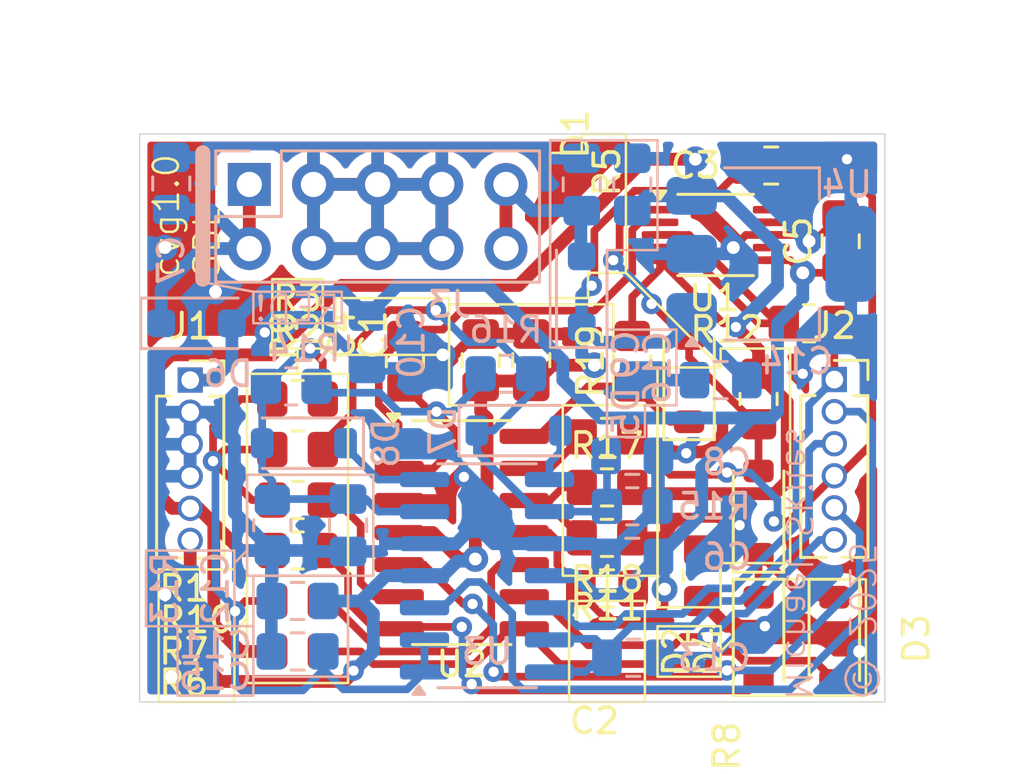
<source format=kicad_pcb>
(kicad_pcb (version 20241229) (generator "pcbnew") (generator_version "9.0")
  (layers (0 "F.Cu" signal) (2 "B.Cu" signal) (13 "F.Paste" user) (15 "B.Paste" user) (5 "F.SilkS" user "F.Silkscreen") (7 "B.SilkS" user "B.Silkscreen") (1 "F.Mask" user) (3 "B.Mask" user) (25 "Edge.Cuts" user))
  (net 0 "")
  (net 1 "/POS_PEAK_RECTIFIED")
  (net 2 "/NEG_PEAK_RECTIFIED")
  (net 3 "Net-(D7-A)")
  (net 4 "Net-(D8-K)")
  (net 5 "/SOURCE_SELECT_CV")
  (net 6 "/BTN_INVERTED")
  (net 7 "/POS_OR_NEG_COMPARE")
  (net 8 "/POS_COMPARE_RESULT")
  (net 9 "/NEG_COMPARE_RESULT")
  (net 10 "Net-(U2B--)")
  (net 11 "/SUMMED_SIGNAL")
  (net 12 "Net-(U2A--)")
  (net 13 "/BTN_SIGNAL_SWITCHED")
  (net 14 "/LED_OUT_BUFFERED")
  (net 15 "/CV_OUT_BUFFERED")
  (net 16 "/THRESHOLD_NEGATIVE")
  (net 17 "/CV_IN_RAW")
  (net 18 "/THRESHOLD_POSITIVE")
  (net 19 "/CV_IN_BUFFERED")
  (net 20 "-12V")
  (net 21 "+12V")
  (net 22 "GND")
  (net 23 "+5V")
  (net 24 "/BTN_IN_FILTERED")
  (net 25 "/+12V_RAW")
  (net 26 "/-12V_RAW")
  (net 28 "Net-(U2C-+)")
  (net 29 "Net-(U2D--)")
  (net 30 "Net-(U2D-+)")
  (footprint "Capacitor_SMD:C_0805_2012Metric_Pad1.18x1.45mm_HandSolder" (layer "F.Cu") (at 155.5 98.9625 -90)
    (property "Reference" "C1")
    (property "Value" "10uF")
  )
  (footprint "Diode_SMD:D_SOD-123" (layer "F.Cu") (at 161.75 99.75 90)
    (property "Reference" "D1")
    (property "Value" "1N4148W")
  )
  (footprint "Diode_SMD:D_SOD-123" (layer "F.Cu") (at 164.5 110 -90)
    (property "Reference" "D2")
    (property "Value" "1N4148W")
  )
  (footprint "Resistor_SMD:R_0805_2012Metric_Pad1.20x1.40mm_HandSolder" (layer "F.Cu") (at 146.25 104.5 180)
    (property "Reference" "R1")
    (property "Value" "10K")
  )
  (footprint "Capacitor_SMD:C_0805_2012Metric_Pad1.18x1.45mm_HandSolder" (layer "F.Cu") (at 158.5 108 180)
    (property "Reference" "C2")
    (property "Value" "100nF")
  )
  (footprint "Resistor_SMD:R_0805_2012Metric_Pad1.20x1.40mm_HandSolder" (layer "F.Cu") (at 146.25 102.5 180)
    (property "Reference" "R2")
    (property "Value" "10K")
  )
  (footprint "Connector_PinSocket_1.27mm:PinSocket_1x06_P1.27mm_Vertical" (layer "F.Cu") (at 167.5 99.73)
    (property "Reference" "J2")
    (property "Value" "Conn_01x06_Socket")
  )
  (footprint "Resistor_SMD:R_0805_2012Metric_Pad1.20x1.40mm_HandSolder" (layer "F.Cu") (at 146.25 100.5 180)
    (property "Reference" "R3")
    (property "Value" "10K")
  )
  (footprint "Diode_SMD:D_SOD-123" (layer "F.Cu") (at 167.5 110 -90)
    (property "Reference" "D4")
    (property "Value" "1N4148W")
  )
  (footprint "Resistor_SMD:R_0805_2012Metric_Pad1.20x1.40mm_HandSolder" (layer "F.Cu") (at 164.5 100.5 -90)
    (property "Reference" "R5")
    (property "Value" "10K")
  )
  (footprint "Resistor_SMD:R_0805_2012Metric_Pad1.20x1.40mm_HandSolder" (layer "F.Cu") (at 158.5 104)
    (property "Reference" "R17")
    (property "Value" "10K")
  )
  (footprint "Capacitor_SMD:C_0805_2012Metric_Pad1.18x1.45mm_HandSolder" (layer "F.Cu") (at 165 91.25 180)
    (property "Reference" "C3")
    (property "Value" "100nF")
  )
  (footprint "Resistor_SMD:R_0805_2012Metric_Pad1.20x1.40mm_HandSolder" (layer "F.Cu") (at 146.25 110.5)
    (property "Reference" "R6")
    (property "Value" "10K")
  )
  (footprint "Resistor_SMD:R_0805_2012Metric_Pad1.20x1.40mm_HandSolder" (layer "F.Cu") (at 166.5 97.5)
    (property "Reference" "R12")
    (property "Value" "1K")
  )
  (footprint "Capacitor_SMD:C_0805_2012Metric_Pad1.18x1.45mm_HandSolder" (layer "F.Cu") (at 167.75 94.25 90)
    (property "Reference" "C5")
    (property "Value" "100nF")
  )
  (footprint "Resistor_SMD:R_0805_2012Metric_Pad1.20x1.40mm_HandSolder" (layer "F.Cu") (at 146.25 108.5 180)
    (property "Reference" "R7")
    (property "Value" "10K")
  )
  (footprint "Package_SO:VSSOP-10_3x3mm_P0.5mm" (layer "F.Cu") (at 162.8 94)
    (property "Reference" "U1")
    (property "Value" "~")
  )
  (footprint "Capacitor_SMD:C_0805_2012Metric_Pad1.18x1.45mm_HandSolder" (layer "F.Cu") (at 153.5 98.9625 -90)
    (property "Reference" "C4")
    (property "Value" "100nF")
  )
  (footprint "Resistor_SMD:R_0805_2012Metric_Pad1.20x1.40mm_HandSolder" (layer "F.Cu") (at 158.5 106 180)
    (property "Reference" "R18")
    (property "Value" "10K")
  )
  (footprint "Resistor_SMD:R_0805_2012Metric_Pad1.20x1.40mm_HandSolder" (layer "F.Cu") (at 162.25 107.5 -90)
    (property "Reference" "R8")
    (property "Value" "10K")
  )
  (footprint "Resistor_SMD:R_0805_2012Metric_Pad1.20x1.40mm_HandSolder" (layer "F.Cu") (at 150.5 99 90)
    (property "Reference" "R9")
    (property "Value" "10K")
  )
  (footprint "Resistor_SMD:R_0805_2012Metric_Pad1.20x1.40mm_HandSolder" (layer "F.Cu") (at 146.25 106.5)
    (property "Reference" "R10")
    (property "Value" "10K")
  )
  (footprint "Package_SO:SOIC-14_3.9x8.7mm_P1.27mm" (layer "F.Cu") (at 152.75 105.79)
    (property "Reference" "U2")
    (property "Value" "TL074")
  )
  (footprint "Diode_SMD:D_SOD-123" (layer "F.Cu") (at 164.5 105 90)
    (property "Reference" "D3")
    (property "Value" "1N4148W")
  )
  (footprint "Resistor_SMD:R_0805_2012Metric_Pad1.20x1.40mm_HandSolder" (layer "F.Cu") (at 159.5 99 90)
    (property "Reference" "R19")
    (property "Value" "10K")
  )
  (footprint "Connector_PinSocket_1.27mm:PinSocket_1x06_P1.27mm_Vertical" (layer "F.Cu") (at 142 99.75)
    (property "Reference" "J1")
    (property "Value" "Conn_01x06_Socket")
  )
  (footprint "Resistor_SMD:R_0805_2012Metric_Pad1.20x1.40mm_HandSolder" (layer "F.Cu") (at 158.5 102 180)
    (property "Reference" "R11")
    (property "Value" "10K")
  )
  (footprint "Resistor_SMD:R_0805_2012Metric_Pad1.20x1.40mm_HandSolder" (layer "B.Cu") (at 145.25 105.5 90)
    (property "Reference" "R13")
    (property "Value" "100K")
  )
  (footprint "Diode_SMD:D_SOD-123F" (layer "B.Cu") (at 157.5 96.25 90)
    (property "Reference" "D5")
    (property "Value" "PMEG4010CEH")
  )
  (footprint "Capacitor_SMD:C_0805_2012Metric_Pad1.18x1.45mm_HandSolder" (layer "B.Cu") (at 159.5 106.75)
    (property "Reference" "C6")
    (property "Value" "100nF")
  )
  (footprint "Capacitor_SMD:C_0805_2012Metric_Pad1.18x1.45mm_HandSolder" (layer "B.Cu") (at 141.25 91.9625 90)
    (property "Reference" "C7")
    (property "Value" "100nF")
  )
  (footprint "Capacitor_SMD:C_0805_2012Metric_Pad1.18x1.45mm_HandSolder" (layer "B.Cu") (at 159.5 102.75)
    (property "Reference" "C8")
    (property "Value" "1uF")
  )
  (footprint "Connector_PinHeader_2.54mm:PinHeader_2x05_P2.54mm_Vertical" (layer "B.Cu") (at 144.34 92 -90)
    (property "Reference" "J3")
    (property "Value" "Conn_02x05_Odd_Even")
  )
  (footprint "Capacitor_SMD:C_0805_2012Metric_Pad1.18x1.45mm_HandSolder" (layer "B.Cu") (at 157.5 92 -90)
    (property "Reference" "C9")
    (property "Value" "100nF")
  )
  (footprint "Capacitor_SMD:C_0805_2012Metric_Pad1.18x1.45mm_HandSolder" (layer "B.Cu") (at 149 98.25 -90)
    (property "Reference" "C10")
    (property "Value" "10uF")
  )
  (footprint "Capacitor_SMD:C_0805_2012Metric_Pad1.18x1.45mm_HandSolder" (layer "B.Cu") (at 146.25 108.5)
    (property "Reference" "C11")
    (property "Value" "100nF")
  )
  (footprint "Capacitor_SMD:C_0805_2012Metric_Pad1.18x1.45mm_HandSolder" (layer "B.Cu") (at 148.25 105.5 -90)
    (property "Reference" "C12")
    (property "Value" "1uF")
  )
  (footprint "Capacitor_SMD:C_0805_2012Metric_Pad1.18x1.45mm_HandSolder" (layer "B.Cu") (at 159.5375 110.75 180)
    (property "Reference" "C13")
    (property "Value" "100pF")
  )
  (footprint "Diode_SMD:D_SOD-123F" (layer "B.Cu") (at 142.25 97.5)
    (property "Reference" "D6")
    (property "Value" "PMEG4010CEH")
  )
  (footprint "Capacitor_SMD:C_0805_2012Metric_Pad1.18x1.45mm_HandSolder" (layer "B.Cu") (at 163 99.75)
    (property "Reference" "C14")
    (property "Value" "100nF")
  )
  (footprint "Resistor_SMD:R_0805_2012Metric_Pad1.20x1.40mm_HandSolder" (layer "B.Cu") (at 146 100)
    (property "Reference" "R14")
    (property "Value" "10K")
  )
  (footprint "Package_SO:SOIC-14_3.9x8.7mm_P1.27mm" (layer "B.Cu") (at 153.75 107.5)
    (property "Reference" "U3")
    (property "Value" "TL074")
  )
  (footprint "Diode_SMD:D_SOD-123" (layer "B.Cu") (at 155 101.75)
    (property "Reference" "D7")
    (property "Value" "1N4148W")
  )
  (footprint "Capacitor_SMD:C_0805_2012Metric_Pad1.18x1.45mm_HandSolder" (layer "B.Cu") (at 146.25 110.5)
    (property "Reference" "C15")
    (property "Value" "100pF")
  )
  (footprint "Resistor_SMD:R_0805_2012Metric_Pad1.20x1.40mm_HandSolder" (layer "B.Cu") (at 159.5 104.75 180)
    (property "Reference" "R15")
    (property "Value" "100K")
  )
  (footprint "Diode_SMD:D_SOD-123" (layer "B.Cu") (at 146.5 102.25 180)
    (property "Reference" "D8")
    (property "Value" "1N4148W")
  )
  (footprint "Capacitor_SMD:C_0805_2012Metric_Pad1.18x1.45mm_HandSolder" (layer "B.Cu") (at 159.5 92 -90)
    (property "Reference" "C16")
    (property "Value" "100nF")
  )
  (footprint "Resistor_SMD:R_0805_2012Metric_Pad1.20x1.40mm_HandSolder" (layer "B.Cu") (at 154.5 99.5 180)
    (property "Reference" "R16")
    (property "Value" "10K")
  )
  (footprint "Package_TO_SOT_SMD:SOT-223-3_TabPin2" (layer "B.Cu") (at 165 94.75)
    (property "Reference" "U4")
    (property "Value" "MCP1703Ax-500xxDB")
  )
  (gr_rect (start 140.75 107.25) (end 143.75 112.5) (stroke (width 0.1)) (fill no) (layer "F.SilkS"))
  (gr_rect (start 147.75 96.5) (end 152.25 98.75) (stroke (width 0.1)) (fill no) (layer "F.SilkS"))
  (gr_rect (start 156.75 100.75) (end 160.5 107.5) (stroke (width 0.1)) (fill no) (layer "F.SilkS"))
  (gr_rect (start 144.25 99.5) (end 148.25 103.5) (stroke (width 0.1)) (fill no) (layer "F.SilkS"))
  (gr_line (start 159.25 95.5) (end 163 99.25) (stroke (width 0.1)) (layer "F.SilkS"))
  (gr_line (start 165.75 98.5) (end 163 98.5) (stroke (width 0.1)) (layer "F.SilkS"))
  (gr_line (start 157.5 90.75) (end 156.25 90.75) (stroke (width 0.1)) (layer "F.SilkS"))
  (gr_line (start 159.25 90) (end 157.5 90) (stroke (width 0.1)) (layer "F.SilkS"))
  (gr_line (start 157.75 96.5) (end 157.75 95.5) (stroke (width 0.1)) (layer "F.SilkS"))
  (gr_line (start 163 99.25) (end 160.5 99.25) (stroke (width 0.1)) (layer "F.SilkS"))
  (gr_line (start 143.75 109.875) (end 144.25 109.125) (stroke (width 0.1)) (layer "F.SilkS"))
  (gr_rect (start 163.5 107.64) (end 168.75 112.25) (stroke (width 0.1)) (fill no) (layer "F.SilkS"))
  (gr_line (start 158.5 108.5) (end 158.5 107.5) (stroke (width 0.1)) (layer "F.SilkS"))
  (gr_line (start 160.5 99.25) (end 160.5 108.75) (stroke (width 0.1)) (layer "F.SilkS"))
  (gr_rect (start 145.25 95.75) (end 147.25 98.5) (stroke (width 0.1)) (fill no) (layer "F.SilkS"))
  (gr_rect (start 144.25 103.5) (end 148.25 111.75) (stroke (width 0.1)) (fill no) (layer "F.SilkS"))
  (gr_line (start 157.5 90) (end 157.5 90.75) (stroke (width 0.1)) (layer "F.SilkS"))
  (gr_line (start 165.75 107) (end 165.75 98.5) (stroke (width 0.1)) (layer "F.SilkS"))
  (gr_line (start 163 107) (end 165.75 107) (stroke (width 0.1)) (layer "F.SilkS"))
  (gr_line (start 159.25 95.5) (end 159.25 90) (stroke (width 0.1)) (layer "F.SilkS"))
  (gr_line (start 163 110.5) (end 163.5 110) (stroke (width 0.1)) (layer "F.SilkS"))
  (gr_rect (start 157 108.5) (end 160 112.5) (stroke (width 0.1)) (fill no) (layer "F.SilkS"))
  (gr_line (start 160.5 108.75) (end 163 108.75) (stroke (width 0.1)) (layer "F.SilkS"))
  (gr_line (start 163 98.5) (end 163 99.25) (stroke (width 0.1)) (layer "F.SilkS"))
  (gr_line (start 156.25 96.5) (end 157.75 96.5) (stroke (width 0.1)) (layer "F.SilkS"))
  (gr_line (start 146.25 98.5) (end 146.25 99.5) (stroke (width 0.1)) (layer "F.SilkS"))
  (gr_line (start 156.25 90.75) (end 156.25 96.5) (stroke (width 0.1)) (layer "F.SilkS"))
  (gr_line (start 157.75 95.5) (end 159.25 95.5) (stroke (width 0.1)) (layer "F.SilkS"))
  (gr_rect (start 160.5 109.5) (end 163 111.5) (stroke (width 0.1)) (fill no) (layer "F.SilkS"))
  (gr_line (start 163 108.75) (end 163 107) (stroke (width 0.1)) (layer "F.SilkS"))
  (gr_rect (start 152.25 96.75) (end 158.75 100.75) (stroke (width 0.1)) (fill no) (layer "F.SilkS"))
  (gr_line (start 161.25 97.75) (end 161.25 100.75) (stroke (width 0.1)) (layer "B.SilkS"))
  (gr_rect (start 144.5 96.25) (end 148 97.5) (stroke (width 0.1)) (fill no) (layer "B.SilkS"))
  (gr_line (start 156.25 98.46) (end 156.25 90.25) (stroke (width 0.1)) (layer "B.SilkS"))
  (gr_line (start 158.5 94.6) (end 160.5 94.6) (stroke (width 0.1)) (layer "B.SilkS"))
  (gr_line (start 156.5 98.46) (end 156.25 98.46) (stroke (width 0.1)) (layer "B.SilkS"))
  (gr_line (start 144.5 96.25) (end 142.5 95.87) (stroke (width 0.1)) (layer "B.SilkS"))
  (gr_line (start 161.25 100.75) (end 160 100.75) (stroke (width 0.1)) (layer "B.SilkS"))
  (gr_rect (start 140.25 106.5) (end 143.75 109.5) (stroke (width 0.1)) (fill no) (layer "B.SilkS"))
  (gr_line (start 158.5 98.25) (end 158.5 102) (stroke (width 0.1)) (layer "B.SilkS"))
  (gr_rect (start 141.5 109.5) (end 144.5 112.25) (stroke (width 0.1)) (fill no) (layer "B.SilkS"))
  (gr_line (start 158.5 97.75) (end 161.25 97.75) (stroke (width 0.1)) (layer "B.SilkS"))
  (gr_line (start 160.5 94.5) (end 160.5 94.6) (stroke (width 0.1)) (layer "B.SilkS"))
  (gr_line (start 142.5 90.75) (end 142.5 95.75) (stroke (width 0.6)) (layer "B.SilkS"))
  (gr_line (start 160.5 90.25) (end 160.5 94.5) (stroke (width 0.1)) (layer "B.SilkS"))
  (gr_rect (start 144.25 103.5) (end 149.25 107.5) (stroke (width 0.1)) (fill no) (layer "B.SilkS"))
  (gr_line (start 143.75 107) (end 144.25 106.5) (stroke (width 0.1)) (layer "B.SilkS"))
  (gr_line (start 160 102) (end 158.5 102) (stroke (width 0.1)) (layer "B.SilkS"))
  (gr_line (start 160 100.75) (end 160 102) (stroke (width 0.1)) (layer "B.SilkS"))
  (gr_line (start 160.5 90.25) (end 156.25 90.25) (stroke (width 0.1)) (layer "B.SilkS"))
  (gr_rect (start 144.5 107.5) (end 148.25 111.5) (stroke (width 0.1)) (fill no) (layer "B.SilkS"))
  (gr_line (start 169.5 112.5) (end 140 112.5) (stroke (width 0.05)) (layer "Edge.Cuts"))
  (gr_line (start 169.5 90) (end 169.5 112.5) (stroke (width 0.05)) (layer "Edge.Cuts"))
  (gr_line (start 140 112.5) (end 140 90) (stroke (width 0.05)) (layer "Edge.Cuts"))
  (gr_line (start 140 90) (end 169.5 90) (stroke (width 0.05)) (layer "Edge.Cuts"))
  (gr_text "cvg1.0\nSBL" (at 143.25 95.75 90) (layer "F.SilkS") (effects (font (size 1 1) (thickness 0.1)) (justify left bottom)))
  (gr_text "RED!" (at 148 97.5 0) (layer "B.SilkS") (effects (font (size 1 1) (thickness 0.1)) (justify left bottom mirror)))
  (gr_text "© 2025" (at 168 112.5 270) (layer "B.SilkS") (effects (font (size 1 1) (thickness 0.1)) (justify left bottom mirror)))
  (gr_text "Michael Skiles" (at 165.5 112.5 270) (layer "B.SilkS") (effects (font (size 1 1) (thickness 0.1)) (justify left bottom mirror)))
  (segment (start 151.727589 96.977589) (end 149.890431 96.977589) (width 0.3048) (layer "F.Cu") (net 1))
  (segment (start 148.429473 98.438547) (end 148.429473 101.06449) (width 0.3048) (layer "F.Cu") (net 1))
  (segment (start 147.25 102.5) (end 147.25 102.243963) (width 0.3048) (layer "F.Cu") (net 1))
  (segment (start 147.5 102.5) (end 147.25 102.5) (width 0.3048) (layer "F.Cu") (net 1))
  (segment (start 147.25 102.243963) (end 148.429473 101.06449) (width 0.3048) (layer "F.Cu") (net 1))
  (segment (start 149.890431 96.977589) (end 148.429473 98.438547) (width 0.3048) (layer "F.Cu") (net 1))
  (via (at 151.727589 96.977589) (size 0.8128) (drill 0.4064) (layers "F.Cu" "B.Cu") (net 1))
  (segment (start 155.71 104.96) (end 153.35 102.6) (width 0.3048) (layer "B.Cu") (net 1))
  (segment (start 158.5 105.25) (end 158.5 103.2875) (width 0.3048) (layer "B.Cu") (net 1))
  (segment (start 153.35 101.75) (end 154 101.75) (width 0.3048) (layer "B.Cu") (net 1))
  (segment (start 158.5 103.2875) (end 158.4625 103.25) (width 0.3048) (layer "B.Cu") (net 1))
  (segment (start 158.21 104.96) (end 158.5 105.25) (width 0.3048) (layer "B.Cu") (net 1))
  (segment (start 156.225 104.96) (end 155.71 104.96) (width 0.3048) (layer "B.Cu") (net 1))
  (segment (start 154.25 98.25) (end 153 98.25) (width 0.3048) (layer "B.Cu") (net 1))
  (segment (start 155.5 100.25) (end 155.5 99.5) (width 0.3048) (layer "B.Cu") (net 1))
  (segment (start 155.5 99.5) (end 154.25 98.25) (width 0.3048) (layer "B.Cu") (net 1))
  (segment (start 153 98.25) (end 151.727589 96.977589) (width 0.3048) (layer "B.Cu") (net 1))
  (segment (start 154 101.75) (end 155.5 100.25) (width 0.3048) (layer "B.Cu") (net 1))
  (segment (start 156.225 104.96) (end 158.21 104.96) (width 0.3048) (layer "B.Cu") (net 1))
  (segment (start 153.35 102.6) (end 153.35 101.75) (width 0.3048) (layer "B.Cu") (net 1))
  (segment (start 147.25 99) (end 146.75 98.5) (width 0.3048) (layer "F.Cu") (net 2))
  (segment (start 147.25 100.5) (end 147.25 99) (width 0.3048) (layer "F.Cu") (net 2))
  (via (at 146.75 98.5) (size 0.8128) (drill 0.4064) (layers "F.Cu" "B.Cu") (net 2))
  (segment (start 151.275 104.96) (end 149.46 104.96) (width 0.3048) (layer "B.Cu") (net 2))
  (segment (start 144.85 100.15) (end 145 100) (width 0.3048) (layer "B.Cu") (net 2))
  (segment (start 145.25 103.75) (end 145.25 104.5) (width 0.3048) (layer "B.Cu") (net 2))
  (segment (start 145.2875 104.4625) (end 145.25 104.5) (width 0.3048) (layer "B.Cu") (net 2))
  (segment (start 148.9625 104.4625) (end 145.2875 104.4625) (width 0.3048) (layer "B.Cu") (net 2))
  (segment (start 149.46 104.96) (end 148.9625 104.4625) (width 0.3048) (layer "B.Cu") (net 2))
  (segment (start 144.85 102.25) (end 144.85 103.35) (width 0.3048) (layer "B.Cu") (net 2))
  (segment (start 146.75 98.5) (end 146.5 98.5) (width 0.3048) (layer "B.Cu") (net 2))
  (segment (start 144.85 103.35) (end 145.25 103.75) (width 0.3048) (layer "B.Cu") (net 2))
  (segment (start 144.85 102.25) (end 144.85 100.15) (width 0.3048) (layer "B.Cu") (net 2))
  (segment (start 146.5 98.5) (end 145 100) (width 0.3048) (layer "B.Cu") (net 2))
  (segment (start 156.225 103.025) (end 156.65 102.6) (width 0.3048) (layer "B.Cu") (net 3))
  (segment (start 156.225 103.69) (end 156.225 103.025) (width 0.3048) (layer "B.Cu") (net 3))
  (segment (start 156.65 102.6) (end 156.65 101.75) (width 0.3048) (layer "B.Cu") (net 3))
  (segment (start 148.15 102.4) (end 148.15 102.25) (width 0.3048) (layer "B.Cu") (net 4))
  (segment (start 149.44 103.69) (end 148.15 102.4) (width 0.3048) (layer "B.Cu") (net 4))
  (segment (start 151.275 103.69) (end 149.44 103.69) (width 0.3048) (layer "B.Cu") (net 4))
  (segment (start 164.4 101.5) (end 161.75 98.85) (width 0.3048) (layer "F.Cu") (net 5))
  (segment (start 159 93.608332) (end 159 94.75) (width 0.3048) (layer "F.Cu") (net 5))
  (segment (start 161.75 98.85) (end 161.75 98.1) (width 0.3048) (layer "F.Cu") (net 5))
  (segment (start 161.75 98.1) (end 161.63238 98.1) (width 0.3048) (layer "F.Cu") (net 5))
  (segment (start 164.5 103.35) (end 164.5 101.5) (width 0.3048) (layer "F.Cu") (net 5))
  (segment (start 159.687024 93) (end 159.608332 93) (width 0.3048) (layer "F.Cu") (net 5))
  (segment (start 160.6 93) (end 159.687024 93) (width 0.3048) (layer "F.Cu") (net 5))
  (segment (start 161.63238 98.1) (end 160.2636 96.73122) (width 0.3048) (layer "F.Cu") (net 5))
  (segment (start 159.608332 93) (end 159 93.608332) (width 0.3048) (layer "F.Cu") (net 5))
  (segment (start 159.687024 93) (end 159.672824 93.0142) (width 0.3048) (layer "F.Cu") (net 5))
  (segment (start 159 94.75) (end 158.75 95) (width 0.3048) (layer "F.Cu") (net 5))
  (segment (start 164.5 101.5) (end 164.4 101.5) (width 0.3048) (layer "F.Cu") (net 5))
  (via (at 158.75 95) (size 0.8128) (drill 0.4064) (layers "F.Cu" "B.Cu") (net 5))
  (via (at 160.2636 96.73122) (size 0.8128) (drill 0.4064) (layers "F.Cu" "B.Cu") (net 5))
  (segment (start 160.278369 96.528369) (end 158.75 95) (width 0.3048) (layer "B.Cu") (net 5))
  (segment (start 160.278369 96.716451) (end 160.278369 96.528369) (width 0.3048) (layer "B.Cu") (net 5))
  (segment (start 160.2636 96.73122) (end 160.278369 96.716451) (width 0.3048) (layer "B.Cu") (net 5))
  (segment (start 157.75 100) (end 159.5 100) (width 0.3048) (layer "F.Cu") (net 6))
  (segment (start 161 101.4) (end 161.75 101.4) (width 0.3048) (layer "F.Cu") (net 6))
  (segment (start 155.225 101.98) (end 155.77 101.98) (width 0.3048) (layer "F.Cu") (net 6))
  (segment (start 155.77 101.98) (end 157.75 100) (width 0.3048) (layer "F.Cu") (net 6))
  (segment (start 159.35 99.75) (end 161 101.4) (width 0.3048) (layer "F.Cu") (net 6))
  (segment (start 162.25 106.5) (end 164.35 106.5) (width 0.3048) (layer "F.Cu") (net 7))
  (segment (start 167.5 108.35) (end 166.235 108.35) (width 0.3048) (layer "F.Cu") (net 7))
  (segment (start 164.35 106.5) (end 164.5 106.65) (width 0.3048) (layer "F.Cu") (net 7))
  (segment (start 164.475 106.59) (end 166.235 108.35) (width 0.3048) (layer "F.Cu") (net 7))
  (segment (start 164.5 108.35) (end 164.5 106.65) (width 0.3048) (layer "F.Cu") (net 7))
  (segment (start 162.5 110.953764) (end 162.5102 110.963964) (width 0.3048) (layer "F.Cu") (net 8))
  (segment (start 162.5102 110.963964) (end 162.5102 110.943564) (width 0.3048) (layer "F.Cu") (net 8))
  (segment (start 163.556436 110.5102) (end 163.912836 110.8666) (width 0.3048) (layer "F.Cu") (net 8))
  (segment (start 162.943564 110.5102) (end 163.556436 110.5102) (width 0.3048) (layer "F.Cu") (net 8))
  (segment (start 156.625 111) (end 162.5 111) (width 0.3048) (layer "F.Cu") (net 8))
  (segment (start 155.225 109.6) (end 154.65 109.6) (width 0.3048) (layer "F.Cu") (net 8))
  (segment (start 154.65 109.6) (end 153.693564 110.556436) (width 0.3048) (layer "F.Cu") (net 8))
  (segment (start 149.25 111) (end 148.75 110.5) (width 0.3048) (layer "F.Cu") (net 8))
  (segment (start 162.5 111) (end 162.5 110.953764) (width 0.3048) (layer "F.Cu") (net 8))
  (segment (start 153.693564 110.5632) (end 153.256764 111) (width 0.3048) (layer "F.Cu") (net 8))
  (segment (start 162.5102 110.943564) (end 162.943564 110.5102) (width 0.3048) (layer "F.Cu") (net 8))
  (segment (start 166.7166 110.8666) (end 167.5 111.65) (width 0.3048) (layer "F.Cu") (net 8))
  (segment (start 148.75 110.5) (end 147.25 110.5) (width 0.3048) (layer "F.Cu") (net 8))
  (segment (start 153.693564 110.556436) (end 153.693564 110.5632) (width 0.3048) (layer "F.Cu") (net 8))
  (segment (start 153.256764 111) (end 149.25 111) (width 0.3048) (layer "F.Cu") (net 8))
  (segment (start 155.225 109.6) (end 156.625 111) (width 0.3048) (layer "F.Cu") (net 8))
  (segment (start 163.912836 110.8666) (end 166.7166 110.8666) (width 0.3048) (layer "F.Cu") (net 8))
  (segment (start 149.300001 109.6) (end 150.275 109.6) (width 0.3048) (layer "F.Cu") (net 9))
  (segment (start 153.398376 112.0418) (end 164.1082 112.0418) (width 0.3048) (layer "F.Cu") (net 9))
  (segment (start 148.25 108.549999) (end 149.300001 109.6) (width 0.3048) (layer "F.Cu") (net 9))
  (segment (start 148.25 107.5) (end 148.25 108.549999) (width 0.3048) (layer "F.Cu") (net 9))
  (segment (start 147.25 106.5) (end 148.25 107.5) (width 0.3048) (layer "F.Cu") (net 9))
  (segment (start 153.145376 111.7888) (end 153.398376 112.0418) (width 0.3048) (layer "F.Cu") (net 9))
  (segment (start 152.75 109.526709) (end 150.348291 109.526709) (width 0.3048) (layer "F.Cu") (net 9))
  (segment (start 150.348291 109.526709) (end 150.275 109.6) (width 0.3048) (layer "F.Cu") (net 9))
  (segment (start 164.1082 112.0418) (end 164.5 111.65) (width 0.3048) (layer "F.Cu") (net 9))
  (via (at 153.145376 111.7888) (size 0.8128) (drill 0.4064) (layers "F.Cu" "B.Cu") (net 9))
  (via (at 152.75 109.526709) (size 0.8128) (drill 0.4064) (layers "F.Cu" "B.Cu") (net 9))
  (segment (start 152.776709 109.553418) (end 152.776709 111.420133) (width 0.3048) (layer "B.Cu") (net 9))
  (segment (start 152.75 109.526709) (end 152.776709 109.553418) (width 0.3048) (layer "B.Cu") (net 9))
  (segment (start 152.776709 111.420133) (end 153.145376 111.7888) (width 0.3048) (layer "B.Cu") (net 9))
  (segment (start 148.75 105.5) (end 148.75 107.779999) (width 0.3048) (layer "F.Cu") (net 10))
  (segment (start 147.75 104.5) (end 148.75 105.5) (width 0.3048) (layer "F.Cu") (net 10))
  (segment (start 147.25 104.5) (end 147.75 104.5) (width 0.3048) (layer "F.Cu") (net 10))
  (segment (start 149.300001 108.33) (end 150.275 108.33) (width 0.3048) (layer "F.Cu") (net 10))
  (segment (start 148.75 107.779999) (end 149.300001 108.33) (width 0.3048) (layer "F.Cu") (net 10))
  (segment (start 159.795356 93.5) (end 160.6 93.5) (width 0.3048) (layer "F.Cu") (net 11))
  (segment (start 152 97.75) (end 152.75 97) (width 0.3048) (layer "F.Cu") (net 11))
  (segment (start 159.5 93.795356) (end 159.795356 93.5) (width 0.3048) (layer "F.Cu") (net 11))
  (segment (start 150.25 101.955) (end 150.25 101.5) (width 0.3048) (layer "F.Cu") (net 11))
  (segment (start 150.5 97.75) (end 152 97.75) (width 0.3048) (layer "F.Cu") (net 11))
  (segment (start 159.5 95.5) (end 159.5 93.795356) (width 0.3048) (layer "F.Cu") (net 11))
  (segment (start 149.4666 99.0334) (end 150.5 98) (width 0.3048) (layer "F.Cu") (net 11))
  (segment (start 152.75 97) (end 158 97) (width 0.3048) (layer "F.Cu") (net 11))
  (segment (start 149.4666 100.7166) (end 149.4666 99.0334) (width 0.3048) (layer "F.Cu") (net 11))
  (segment (start 158 97) (end 159.5 95.5) (width 0.3048) (layer "F.Cu") (net 11))
  (segment (start 150.25 101.5) (end 149.4666 100.7166) (width 0.3048) (layer "F.Cu") (net 11))
  (segment (start 150.275 101.98) (end 150.25 101.955) (width 0.3048) (layer "F.Cu") (net 11))
  (segment (start 151.75 101) (end 152.5 101.75) (width 0.3048) (layer "F.Cu") (net 12))
  (segment (start 151.624999 103.25) (end 150.275 103.25) (width 0.3048) (layer "F.Cu") (net 12))
  (segment (start 152.5 102.374999) (end 151.624999 103.25) (width 0.3048) (layer "F.Cu") (net 12))
  (segment (start 151.75 101) (end 151.5 101) (width 0.3048) (layer "F.Cu") (net 12))
  (segment (start 151.5 101) (end 150.5 100) (width 0.3048) (layer "F.Cu") (net 12))
  (segment (start 152.5 101.75) (end 152.5 102.374999) (width 0.3048) (layer "F.Cu") (net 12))
  (via (at 151.75 101) (size 0.8128) (drill 0.4064) (layers "F.Cu" "B.Cu") (net 12))
  (segment (start 150.25 101) (end 149.5 100.25) (width 0.3048) (layer "B.Cu") (net 12))
  (segment (start 153.5 99.870838) (end 153.5 99.5) (width 0.3048) (layer "B.Cu") (net 12))
  (segment (start 147.25 100.25) (end 147 100) (width 0.3048) (layer "B.Cu") (net 12))
  (segment (start 151.75 101) (end 152.370838 101) (width 0.3048) (layer "B.Cu") (net 12))
  (segment (start 151.75 101) (end 150.25 101) (width 0.3048) (layer "B.Cu") (net 12))
  (segment (start 152.370838 101) (end 153.5 99.870838) (width 0.3048) (layer "B.Cu") (net 12))
  (segment (start 149.5 100.25) (end 147.25 100.25) (width 0.3048) (layer "B.Cu") (net 12))
  (segment (start 165.5 97.5) (end 165.25 97.5) (width 0.3048) (layer "F.Cu") (net 13))
  (segment (start 161.5 94.5) (end 164.5 97.5) (width 0.3048) (layer "F.Cu") (net 13))
  (segment (start 161.75 94) (end 160.3 94) (width 0.3048) (layer "F.Cu") (net 13))
  (segment (start 165.25 97.5) (end 161.75 94) (width 0.3048) (layer "F.Cu") (net 13))
  (segment (start 164.5 97.5) (end 165.5 97.5) (width 0.3048) (layer "F.Cu") (net 13))
  (segment (start 160.3 94.5) (end 161.5 94.5) (width 0.3048) (layer "F.Cu") (net 13))
  (segment (start 158.5 110.46) (end 159.224199 109.735801) (width 0.3048) (layer "B.Cu") (net 14))
  (segment (start 166.77 102.27) (end 167.5 102.27) (width 0.3048) (layer "B.Cu") (net 14))
  (segment (start 156.265 110) (end 156.225 110.04) (width 0.3048) (layer "B.Cu") (net 14))
  (segment (start 156.225 111.31) (end 157.65 111.31) (width 0.3048) (layer "B.Cu") (net 14))
  (segment (start 158.5 110.46) (end 158.04 110) (width 0.3048) (layer "B.Cu") (net 14))
  (segment (start 159.46 109.5) (end 161.868089 109.5) (width 0.3048) (layer "B.Cu") (net 14))
  (segment (start 159.258775 109.701225) (end 159.46 109.5) (width 0.3048) (layer "B.Cu") (net 14))
  (segment (start 161.868089 109.5) (end 162.868089 108.5) (width 0.3048) (layer "B.Cu") (net 14))
  (segment (start 159.224199 109.735801) (end 159.224201 109.735801) (width 0.3048) (layer "B.Cu") (net 14))
  (segment (start 158.04 110) (end 156.265 110) (width 0.3048) (layer "B.Cu") (net 14))
  (segment (start 163.793795 108.5) (end 166.5 105.793795) (width 0.3048) (layer "B.Cu") (net 14))
  (segment (start 157.65 111.31) (end 158.5 110.46) (width 0.3048) (layer "B.Cu") (net 14))
  (segment (start 166.5 105.793795) (end 166.5 102.54) (width 0.3048) (layer "B.Cu") (net 14))
  (segment (start 159.224201 109.735801) (end 159.258775 109.701225) (width 0.3048) (layer "B.Cu") (net 14))
  (segment (start 162.868089 108.5) (end 163.793795 108.5) (width 0.3048) (layer "B.Cu") (net 14))
  (segment (start 166.5 102.54) (end 166.77 102.27) (width 0.3048) (layer "B.Cu") (net 14))
  (segment (start 167.5 99.73) (end 167.5 97.25) (width 0.3048) (layer "F.Cu") (net 15))
  (segment (start 166.5 100.73) (end 167.5 99.73) (width 0.3048) (layer "B.Cu") (net 15))
  (segment (start 158.772975 109.5) (end 159.022975 109.25) (width 0.3048) (layer "B.Cu") (net 15))
  (segment (start 157.347786 109.5) (end 158.772975 109.5) (width 0.3048) (layer "B.Cu") (net 15))
  (segment (start 156.617786 108.77) (end 157.347786 109.5) (width 0.3048) (layer "B.Cu") (net 15))
  (segment (start 156.225 108.77) (end 156.617786 108.77) (width 0.3048) (layer "B.Cu") (net 15))
  (segment (start 163.5 108) (end 166 105.5) (width 0.3048) (layer "B.Cu") (net 15))
  (segment (start 159.258776 109.0142) (end 161.4858 109.0142) (width 0.3048) (layer "B.Cu") (net 15))
  (segment (start 159.022975 109.25) (end 159.258776 109.0142) (width 0.3048) (layer "B.Cu") (net 15))
  (segment (start 166.5 101.75) (end 166.5 100.73) (width 0.3048) (layer "B.Cu") (net 15))
  (segment (start 161.4858 109.0142) (end 162.5 108) (width 0.3048) (layer "B.Cu") (net 15))
  (segment (start 162.5 108) (end 163.5 108) (width 0.3048) (layer "B.Cu") (net 15))
  (segment (start 166 102.25) (end 166.5 101.75) (width 0.3048) (layer "B.Cu") (net 15))
  (segment (start 159.022975 109.25) (end 159.022976 109.25) (width 0.3048) (layer "B.Cu") (net 15))
  (segment (start 166 105.5) (end 166 102.25) (width 0.3048) (layer "B.Cu") (net 15))
  (segment (start 152.807019 108.61702) (end 151.249999 107.06) (width 0.3048) (layer "F.Cu") (net 16))
  (segment (start 153.1778 108.61702) (end 152.807019 108.61702) (width 0.3048) (layer "F.Cu") (net 16))
  (segment (start 154.197 111.5) (end 154.0112 111.3142) (width 0.3048) (layer "F.Cu") (net 16))
  (segment (start 154.0112 111.3142) (end 154.0112 111.303) (width 0.3048) (layer "F.Cu") (net 16))
  (segment (start 163 111.5) (end 154.197 111.5) (width 0.3048) (layer "F.Cu") (net 16))
  (segment (start 151.249999 107.06) (end 150.275 107.06) (width 0.3048) (layer "F.Cu") (net 16))
  (segment (start 163.25 111.25) (end 163 111.5) (width 0.3048) (layer "F.Cu") (net 16))
  (via (at 163.25 111.25) (size 0.8128) (drill 0.4064) (layers "F.Cu" "B.Cu") (net 16))
  (via (at 153.1778 108.61702) (size 0.8128) (drill 0.4064) (layers "F.Cu" "B.Cu") (net 16))
  (via (at 154.0112 111.303) (size 0.8128) (drill 0.4064) (layers "F.Cu" "B.Cu") (net 16))
  (segment (start 165 111.25) (end 168.5 107.75) (width 0.3048) (layer "B.Cu") (net 16))
  (segment (start 154 109.43922) (end 154 111.2918) (width 0.3048) (layer "B.Cu") (net 16))
  (segment (start 153.1778 108.61702) (end 154 109.43922) (width 0.3048) (layer "B.Cu") (net 16))
  (segment (start 154 111.2918) (end 154.0112 111.303) (width 0.3048) (layer "B.Cu") (net 16))
  (segment (start 168.5 107.75) (end 168.5 105.81) (width 0.3048) (layer "B.Cu") (net 16))
  (segment (start 163.25 111.25) (end 165 111.25) (width 0.3048) (layer "B.Cu") (net 16))
  (segment (start 168.5 105.81) (end 167.5 104.81) (width 0.3048) (layer "B.Cu") (net 16))
  (segment (start 154.75 109) (end 153.5 107.75) (width 0.3048) (layer "B.Cu") (net 17))
  (segment (start 167.5 101) (end 168.5 101) (width 0.3048) (layer "B.Cu") (net 17))
  (segment (start 168.5 101) (end 169 101.5) (width 0.3048) (layer "B.Cu") (net 17))
  (segment (start 151.98 108.77) (end 151.275 108.77) (width 0.3048) (layer "B.Cu") (net 17))
  (segment (start 169 108.75) (end 165.75 112) (width 0.3048) (layer "B.Cu") (net 17))
  (segment (start 153.5 107.75) (end 153 107.75) (width 0.3048) (layer "B.Cu") (net 17))
  (segment (start 155.15504 112) (end 154.75 111.59496) (width 0.3048) (layer "B.Cu") (net 17))
  (segment (start 154.75 111.59496) (end 154.75 109) (width 0.3048) (layer "B.Cu") (net 17))
  (segment (start 169 101.5) (end 169 108.75) (width 0.3048) (layer "B.Cu") (net 17))
  (segment (start 153 107.75) (end 151.98 108.77) (width 0.3048) (layer "B.Cu") (net 17))
  (segment (start 165.75 112) (end 155.15504 112) (width 0.3048) (layer "B.Cu") (net 17))
  (segment (start 161.164728 110.25) (end 157.75 110.25) (width 0.3048) (layer "F.Cu") (net 18))
  (segment (start 162.487001 109.927324) (end 161.487404 109.927324) (width 0.3048) (layer "F.Cu") (net 18))
  (segment (start 161.487404 109.927324) (end 161.164728 110.25) (width 0.3048) (layer "F.Cu") (net 18))
  (segment (start 157.75 110.25) (end 155.83 108.33) (width 0.3048) (layer "F.Cu") (net 18))
  (segment (start 155.83 108.33) (end 155.225 108.33) (width 0.3048) (layer "F.Cu") (net 18))
  (via (at 162.487001 109.927324) (size 0.8128) (drill 0.4064) (layers "F.Cu" "B.Cu") (net 18))
  (segment (start 166.92 106.08) (end 167.5 106.08) (width 0.3048) (layer "B.Cu") (net 18))
  (segment (start 162.487001 109.927324) (end 162.617497 109.927324) (width 0.3048) (layer "B.Cu") (net 18))
  (segment (start 162.617497 109.927324) (end 163.544821 109) (width 0.3048) (layer "B.Cu") (net 18))
  (segment (start 163.544821 109) (end 164 109) (width 0.3048) (layer "B.Cu") (net 18))
  (segment (start 164 109) (end 166.92 106.08) (width 0.3048) (layer "B.Cu") (net 18))
  (segment (start 144.445811 104.5) (end 145.25 104.5) (width 0.3048) (layer "F.Cu") (net 19))
  (segment (start 142.905445 101.594555) (end 142.905445 102.959634) (width 0.3048) (layer "F.Cu") (net 19))
  (segment (start 142.905445 102.959634) (end 143.25 102.615079) (width 0.3048) (layer "F.Cu") (net 19))
  (segment (start 145.25 100.5) (end 144 100.5) (width 0.3048) (layer "F.Cu") (net 19))
  (segment (start 143.7754 108.905747) (end 144.181147 108.5) (width 0.3048) (layer "F.Cu") (net 19))
  (segment (start 142.905445 102.959634) (end 144.445811 104.5) (width 0.3048) (layer "F.Cu") (net 19))
  (segment (start 142.905445 102.959634) (end 143.365079 102.5) (width 0.3048) (layer "F.Cu") (net 19))
  (segment (start 144 100.5) (end 142.905445 101.594555) (width 0.3048) (layer "F.Cu") (net 19))
  (segment (start 143.365079 102.5) (end 145.25 102.5) (width 0.3048) (layer "F.Cu") (net 19))
  (segment (start 144.181147 108.5) (end 145.25 108.5) (width 0.3048) (layer "F.Cu") (net 19))
  (via (at 143.7754 108.905747) (size 0.8128) (drill 0.4064) (layers "F.Cu" "B.Cu") (net 19))
  (via (at 142.905445 102.959634) (size 0.8128) (drill 0.4064) (layers "F.Cu" "B.Cu") (net 19))
  (segment (start 143.7754 108.7754) (end 143.7754 108.905747) (width 0.3048) (layer "B.Cu") (net 19))
  (segment (start 143.7754 111.7754) (end 144.0418 112.0418) (width 0.3048) (layer "B.Cu") (net 19))
  (segment (start 148.0625 112) (end 150.585 112) (width 0.3048) (layer "B.Cu") (net 19))
  (segment (start 151.275 111.31) (end 151.275 110.04) (width 0.3048) (layer "B.Cu") (net 19))
  (segment (start 143 108) (end 143.7754 108.7754) (width 0.3048) (layer "B.Cu") (net 19))
  (segment (start 147.2875 111.2125) (end 147.2875 110.5) (width 0.3048) (layer "B.Cu") (net 19))
  (segment (start 144.0418 112.0418) (end 146.4582 112.0418) (width 0.3048) (layer "B.Cu") (net 19))
  (segment (start 142.905445 102.959634) (end 143 103.054189) (width 0.3048) (layer "B.Cu") (net 19))
  (segment (start 150.585 112) (end 151.275 111.31) (width 0.3048) (layer "B.Cu") (net 19))
  (segment (start 147.2875 110.5) (end 147.2875 111.225) (width 0.3048) (layer "B.Cu") (net 19))
  (segment (start 143.7754 108.905747) (end 143.7754 111.7754) (width 0.3048) (layer "B.Cu") (net 19))
  (segment (start 146.4582 112.0418) (end 147.2875 111.2125) (width 0.3048) (layer "B.Cu") (net 19))
  (segment (start 147.2875 111.225) (end 148.0625 112) (width 0.3048) (layer "B.Cu") (net 19))
  (segment (start 143 103.054189) (end 143 108) (width 0.3048) (layer "B.Cu") (net 19))
  (segment (start 160.25 109.25) (end 160.780747 108.719253) (width 0.3048) (layer "F.Cu") (net 20))
  (segment (start 160.780747 108.719253) (end 160.780747 108.030747) (width 0.3048) (layer "F.Cu") (net 20))
  (segment (start 164.7 95) (end 165.75 95) (width 0.3048) (layer "F.Cu") (net 20))
  (segment (start 155.225 105.79) (end 156.199999 105.79) (width 0.3048) (layer "F.Cu") (net 20))
  (segment (start 156.5334 107.0709) (end 157.4625 108) (width 0.3048) (layer "F.Cu") (net 20))
  (segment (start 156.199999 105.79) (end 156.5334 106.123401) (width 0.3048) (layer "F.Cu") (net 20))
  (segment (start 157.4625 108.2125) (end 158.5 109.25) (width 0.3048) (layer "F.Cu") (net 20))
  (segment (start 166.25 95.5) (end 167.7875 95.5) (width 0.3048) (layer "F.Cu") (net 20))
  (segment (start 156.5334 106.123401) (end 156.5334 107.0709) (width 0.3048) (layer "F.Cu") (net 20))
  (segment (start 158.5 109.25) (end 160.25 109.25) (width 0.3048) (layer "F.Cu") (net 20))
  (segment (start 157.4625 108) (end 157.4625 108.2125) (width 0.3048) (layer "F.Cu") (net 20))
  (segment (start 165.75 95) (end 166.25 95.5) (width 0.3048) (layer "F.Cu") (net 20))
  (via (at 166.25 95.5) (size 1.016) (drill 0.508) (layers "F.Cu" "B.Cu") (net 20))
  (via (at 160.780747 108.030747) (size 1.016) (drill 0.508) (layers "F.Cu" "B.Cu") (net 20))
  (segment (start 158 108.25) (end 159 108.25) (width 0.508) (layer "B.Cu") (net 20))
  (segment (start 166.25 96.5) (end 166.25 95.5) (width 0.508) (layer "B.Cu") (net 20))
  (segment (start 143.65 99) (end 143.65 97.75) (width 0.508) (layer "B.Cu") (net 20))
  (segment (start 160.612 107.112) (end 160.612 106.8245) (width 0.4064) (layer "B.Cu") (net 20))
  (segment (start 160.5 106.75) (end 160.5375 106.75) (width 0.508) (layer "B.Cu") (net 20))
  (segment (start 162.25 105.0375) (end 162.25 103.21968) (width 0.508) (layer "B.Cu") (net 20))
  (segment (start 142.9 99.75) (end 143.65 99) (width 0.508) (layer "B.Cu") (net 20))
  (segment (start 150.2125 96) (end 149 97.2125) (width 0.508) (layer "B.Cu") (net 20))
  (segment (start 142 99.75) (end 142.9 99.75) (width 0.508) (layer "B.Cu") (net 20))
  (segment (start 162.25 103.21968) (end 164.21968 101.25) (width 0.508) (layer "B.Cu") (net 20))
  (segment (start 165.25 97.5) (end 166.25 96.5) (width 0.508) (layer "B.Cu") (net 20))
  (segment (start 153.775664 96) (end 150.2125 96) (width 0.508) (layer "B.Cu") (net 20))
  (segment (start 160.612 106.8245) (end 160.5375 106.75) (width 0.4064) (layer "B.Cu") (net 20))
  (segment (start 159 108.25) (end 160.5 106.75) (width 0.508) (layer "B.Cu") (net 20))
  (segment (start 156.225 107.5) (end 157.25 107.5) (width 0.508) (layer "B.Cu") (net 20))
  (segment (start 144.9 96.25) (end 148.0375 96.25) (width 0.508) (layer "B.Cu") (net 20))
  (segment (start 156.75 98.974336) (end 153.775664 96) (width 0.508) (layer "B.Cu") (net 20))
  (segment (start 160.5375 106.75) (end 162.25 105.0375) (width 0.508) (layer "B.Cu") (net 20))
  (segment (start 164.5 101.25) (end 165 101.25) (width 0.508) (layer "B.Cu") (net 20))
  (segment (start 148.0375 96.25) (end 149 97.2125) (width 0.508) (layer "B.Cu") (net 20))
  (segment (start 164.5 101.25) (end 158.25 101.25) (width 0.508) (layer "B.Cu") (net 20))
  (segment (start 158.25 101.25) (end 156.75 99.75) (width 0.508) (layer "B.Cu") (net 20))
  (segment (start 157.25 107.5) (end 158 108.25) (width 0.508) (layer "B.Cu") (net 20))
  (segment (start 165 101.25) (end 165.25 101) (width 0.508) (layer "B.Cu") (net 20))
  (segment (start 156.225 107.5) (end 157 107.5) (width 0.3048) (layer "B.Cu") (net 20))
  (segment (start 164.21968 101.25) (end 164.5 101.25) (width 0.508) (layer "B.Cu") (net 20))
  (segment (start 160.780747 107.280747) (end 160.612 107.112) (width 0.4064) (layer "B.Cu") (net 20))
  (segment (start 160.780747 108.030747) (end 160.780747 107.280747) (width 0.4064) (layer "B.Cu") (net 20))
  (segment (start 165.25 101) (end 165.25 97.5) (width 0.508) (layer "B.Cu") (net 20))
  (segment (start 156.75 99.75) (end 156.75 98.974336) (width 0.508) (layer "B.Cu") (net 20))
  (segment (start 143.65 97.5) (end 144.9 96.25) (width 0.508) (layer "B.Cu") (net 20))
  (segment (start 162.945356 92.25) (end 164.195356 93.5) (width 0.3048) (layer "F.Cu") (net 21))
  (segment (start 153.75 104) (end 153.75 101.25) (width 0.508) (layer "F.Cu") (net 21))
  (segment (start 158 99.1596) (end 156.3404 99.1596) (width 0.508) (layer "F.Cu") (net 21))
  (segment (start 162.9625 92.25) (end 163.9625 91.25) (width 0.3048) (layer "F.Cu") (net 21))
  (segment (start 148.350239 111.437847) (end 148.100485 111.687601) (width 0.508) (layer "F.Cu") (net 21))
  (segment (start 148.46638 111.261201) (end 148.400766 111.261201) (width 0.508) (layer "F.Cu") (net 21))
  (segment (start 148.350239 111.311728) (end 148.350239 111.437847) (width 0.508) (layer "F.Cu") (net 21))
  (segment (start 153.286886 104.463114) (end 153.75 104) (width 0.508) (layer "F.Cu") (net 21))
  (segment (start 158 95.905689) (end 158 93.83071) (width 0.3048) (layer "F.Cu") (net 21))
  (segment (start 153.5 101) (end 153.5 99.7875) (width 0.508) (layer "F.Cu") (net 21))
  (segment (start 153.75 101.25) (end 153.5 101) (width 0.508) (layer "F.Cu") (net 21))
  (segment (start 153.286886 106.836864) (end 152.654217 106.836864) (width 0.508) (layer "F.Cu") (net 21))
  (segment (start 153.5 99.7875) (end 155.5 99.7875) (width 0.508) (layer "F.Cu") (net 21))
  (segment (start 148.400766 111.261201) (end 148.350239 111.311728) (width 0.508) (layer "F.Cu") (net 21))
  (segment (start 157.894489 96.0112) (end 158 95.905689) (width 0.3048) (layer "F.Cu") (net 21))
  (segment (start 164.195356 93.5) (end 165 93.5) (width 0.3048) (layer "F.Cu") (net 21))
  (segment (start 156.3404 99.1596) (end 155.5 100) (width 0.508) (layer "F.Cu") (net 21))
  (segment (start 151.607353 105.79) (end 150.275 105.79) (width 0.508) (layer "F.Cu") (net 21))
  (segment (start 162.945356 92.25) (end 162.9625 92.25) (width 0.3048) (layer "F.Cu") (net 21))
  (segment (start 143.187601 111.687601) (end 142 110.5) (width 0.508) (layer "F.Cu") (net 21))
  (segment (start 142 110.5) (end 142 106.1) (width 0.508) (layer "F.Cu") (net 21))
  (segment (start 158 93.83071) (end 159.58071 92.25) (width 0.3048) (layer "F.Cu") (net 21))
  (segment (start 159.58071 92.25) (end 162.945356 92.25) (width 0.3048) (layer "F.Cu") (net 21))
  (segment (start 153.286886 106.836864) (end 153.286886 104.463114) (width 0.508) (layer "F.Cu") (net 21))
  (segment (start 148.100485 111.687601) (end 143.187601 111.687601) (width 0.508) (layer "F.Cu") (net 21))
  (segment (start 152.654217 106.836864) (end 151.607353 105.79) (width 0.508) (layer "F.Cu") (net 21))
  (via (at 157.894489 96.0112) (size 0.8128) (drill 0.4064) (layers "F.Cu" "B.Cu") (net 21))
  (via (at 153.286886 106.836864) (size 1.016) (drill 0.508) (layers "F.Cu" "B.Cu") (net 21))
  (via (at 158 99.1596) (size 1.016) (drill 0.508) (layers "F.Cu" "B.Cu") (net 21))
  (via (at 148.46638 111.261201) (size 0.8128) (drill 0.4064) (layers "F.Cu" "B.Cu") (net 21))
  (segment (start 157.5 98.75) (end 157.75 99) (width 0.508) (layer "B.Cu") (net 21))
  (segment (start 159.75 98.25) (end 161 98.25) (width 0.508) (layer "B.Cu") (net 21))
  (segment (start 148.46638 111.261201) (end 148.488308 111.239273) (width 0.508) (layer "B.Cu") (net 21))
  (segment (start 157.5 97.65) (end 157.5 98.75) (width 0.508) (layer "B.Cu") (net 21))
  (segment (start 161.85 97.5625) (end 164.0375 99.75) (width 0.508) (layer "B.Cu") (net 21))
  (segment (start 149.25 110.5) (end 149.25 109) (width 0.508) (layer "B.Cu") (net 21))
  (segment (start 149.75 107.5) (end 148.75 108.5) (width 0.508) (layer "B.Cu") (net 21))
  (segment (start 161.85 97.4) (end 161.85 97.05) (width 0.508) (layer "B.Cu") (net 21))
  (segment (start 157.75 99) (end 157.9096 99.1596) (width 0.508) (layer "B.Cu") (net 21))
  (segment (start 157.5 97.65) (end 157.65 97.65) (width 0.508) (layer "B.Cu") (net 21))
  (segment (start 157.5 97.65) (end 157.5 96.405689) (width 0.508) (layer "B.Cu") (net 21))
  (segment (start 151.275 107.5) (end 149.75 107.5) (width 0.508) (layer "B.Cu") (net 21))
  (segment (start 157.5 97.65) (end 157.6 97.65) (width 0.508) (layer "B.Cu") (net 21))
  (segment (start 148.488308 111.239273) (end 148.510727 111.239273) (width 0.508) (layer "B.Cu") (net 21))
  (segment (start 161 98.25) (end 161.85 97.4) (width 0.508) (layer "B.Cu") (net 21))
  (segment (start 157.5 96.405689) (end 157.894489 96.0112) (width 0.508) (layer "B.Cu") (net 21))
  (segment (start 153.200234 106.923516) (end 152.576484 106.923516) (width 0.508) (layer "B.Cu") (net 21))
  (segment (start 152.576484 106.923516) (end 152 107.5) (width 0.508) (layer "B.Cu") (net 21))
  (segment (start 149.25 109) (end 148.75 108.5) (width 0.508) (layer "B.Cu") (net 21))
  (segment (start 148.510727 111.239273) (end 149.25 110.5) (width 0.508) (layer "B.Cu") (net 21))
  (segment (start 157.9096 99.1596) (end 158 99.1596) (width 0.508) (layer "B.Cu") (net 21))
  (segment (start 161.85 97.05) (end 161.85 97.5625) (width 0.508) (layer "B.Cu") (net 21))
  (segment (start 157.65 97.65) (end 158.25 98.25) (width 0.508) (layer "B.Cu") (net 21))
  (segment (start 148.75 108.5) (end 147.2875 108.5) (width 0.508) (layer "B.Cu") (net 21))
  (segment (start 158.25 98.25) (end 159.75 98.25) (width 0.508) (layer "B.Cu") (net 21))
  (segment (start 153.286886 106.836864) (end 153.200234 106.923516) (width 0.508) (layer "B.Cu") (net 21))
  (segment (start 152 107.5) (end 151.275 107.5) (width 0.508) (layer "B.Cu") (net 21))
  (segment (start 164.75 109.5) (end 163.25 109.5) (width 0.508) (layer "F.Cu") (net 22))
  (segment (start 146.88 92) (end 149.42 92) (width 0.508) (layer "F.Cu") (net 22))
  (segment (start 149.42 94.54) (end 146.88 94.54) (width 0.508) (layer "F.Cu") (net 22))
  (segment (start 149.42 94.54) (end 151.96 94.54) (width 0.508) (layer "F.Cu") (net 22))
  (segment (start 159.5 105.9625) (end 159.5 105.75) (width 0.508) (layer "F.Cu") (net 22))
  (segment (start 152 98.75) (end 152.4625 98.75) (width 0.4064) (layer "F.Cu") (net 22))
  (segment (start 152.4625 98.75) (end 153.5 97.7125) (width 0.4064) (layer "F.Cu") (net 22))
  (segment (start 163.25 109.5) (end 162.25 108.5) (width 0.508) (layer "F.Cu") (net 22))
  (segment (start 166.7125 94.25) (end 167.75 93.2125) (width 0.3048) (layer "F.Cu") (net 22))
  (segment (start 164 94) (end 163.5 94.5) (width 0.3048) (layer "F.Cu") (net 22))
  (segment (start 165 94) (end 164 94) (width 0.3048) (layer "F.Cu") (net 22))
  (segment (start 149.42 92) (end 151.96 92) (width 0.508) (layer "F.Cu") (net 22))
  (segment (start 166.25 94) (end 166.5 94.25) (width 0.3048) (layer "F.Cu") (net 22))
  (segment (start 166.5 94.25) (end 166.7125 94.25) (width 0.3048) (layer "F.Cu") (net 22))
  (segment (start 146.88 94.54) (end 146.88 92) (width 0.508) (layer "F.Cu") (net 22))
  (segment (start 149.42 92) (end 149.42 94.54) (width 0.508) (layer "F.Cu") (net 22))
  (segment (start 151.96 94.54) (end 151.96 92) (width 0.508) (layer "F.Cu") (net 22))
  (segment (start 165 94) (end 166.25 94) (width 0.3048) (layer "F.Cu") (net 22))
  (via (at 143 96.25) (size 1.016) (drill 0.508) (layers "F.Cu" "B.Cu") (net 22))
  (via (at 144.950947 97.860547) (size 0.8128) (drill 0.4064) (layers "F.Cu" "B.Cu") (net 22))
  (via (at 168 91) (size 0.8128) (drill 0.4064) (layers "F.Cu" "B.Cu") (net 22))
  (via (at 141.25 111.5) (size 1.016) (drill 0.508) (layers "F.Cu" "B.Cu") (net 22))
  (via (at 163.5 94.5) (size 1.016) (drill 0.508) (layers "F.Cu" "B.Cu") (net 22))
  (via (at 152 98.75) (size 1.016) (drill 0.508) (layers "F.Cu" "B.Cu") (net 22))
  (via (at 163.75 105.5) (size 0.8128) (drill 0.4064) (layers "F.Cu" "B.Cu") (net 22))
  (via (at 141 94.5) (size 1.016) (drill 0.508) (layers "F.Cu" "B.Cu") (net 22))
  (via (at 164.75 109.5) (size 0.8128) (drill 0.4064) (layers "F.Cu" "B.Cu") (net 22))
  (via (at 141 108.25) (size 1.016) (drill 0.508) (layers "F.Cu" "B.Cu") (net 22))
  (via (at 161.637465 102.64429) (size 0.8128) (drill 0.4064) (layers "F.Cu" "B.Cu") (net 22))
  (via (at 168.5 110.5) (size 1.016) (drill 0.508) (layers "F.Cu" "B.Cu") (net 22))
  (via (at 166.25 99.5) (size 0.8128) (drill 0.4064) (layers "F.Cu" "B.Cu") (net 22))
  (via (at 152.8364 103.586726) (size 0.8128) (drill 0.4064) (layers "F.Cu" "B.Cu") (net 22))
  (via (at 166.5 94.25) (size 1.016) (drill 0.508) (layers "F.Cu" "B.Cu") (net 22))
  (segment (start 145.311494 97.5) (end 144.950947 97.860547) (width 0.4064) (layer "B.Cu") (net 22))
  (segment (start 160.575 110.75) (end 160.657876 110.667124) (width 0.3048) (layer "B.Cu") (net 22))
  (segment (start 153 105.75) (end 152.515484 106.234516) (width 0.508) (layer "B.Cu") (net 22))
  (segment (start 160.5375 102.75) (end 161.5 102.75) (width 0.3048) (layer "B.Cu") (net 22))
  (segment (start 151.275 106.23) (end 152.02 106.23) (width 0.4064) (layer "B.Cu") (net 22))
  (segment (start 157.9425 106.23) (end 158.4625 106.75) (width 0.508) (layer "B.Cu") (net 22))
  (segment (start 147.2125 97.5) (end 145.311494 97.5) (width 0.4064) (layer "B.Cu") (net 22))
  (segment (start 161.637465 102.612535) (end 161.637465 102.64429) (width 0.3048) (layer "B.Cu") (net 22))
  (segment (start 143.75 105) (end 145.25 106.5) (width 0.508) (layer "B.Cu") (net 22))
  (segment (start 161.75 102.5) (end 161.637465 102.612535) (width 0.3048) (layer "B.Cu") (net 22))
  (segment (start 161.85 99.6375) (end 161.9625 99.75) (width 0.508) (layer "B.Cu") (net 22))
  (segment (start 151.295 106.25) (end 151.275 106.23) (width 0.508) (layer "B.Cu") (net 22))
  (segment (start 142.707106 101.02) (end 143.75 102.062894) (width 0.508) (layer "B.Cu") (net 22))
  (segment (start 152.515484 106.234516) (end 152.291091 106.234516) (width 0.508) (layer "B.Cu") (net 22))
  (segment (start 163.960561 109.5) (end 164.75 109.5) (width 0.3048) (layer "B.Cu") (net 22))
  (segment (start 152.291091 106.234516) (end 152.29109 106.234516) (width 0.508) (layer "B.Cu") (net 22))
  (segment (start 142 101.02) (end 142.707106 101.02) (width 0.508) (layer "B.Cu") (net 22))
  (segment (start 158.5 106.75) (end 160.5 104.75) (width 0.508) (layer "B.Cu") (net 22))
  (segment (start 142 101.02) (end 142 102.29) (width 0.508) (layer "B.Cu") (net 22))
  (segment (start 152.29109 106.234516) (end 152.275606 106.25) (width 0.508) (layer "B.Cu") (net 22))
  (segment (start 161.75 102.5) (end 161.75 102.549579) (width 0.3048) (layer "B.Cu") (net 22))
  (segment (start 156.225 106.23) (end 157.9425 106.23) (width 0.508) (layer "B.Cu") (net 22))
  (segment (start 161.5 102.75) (end 161.75 102.5) (width 0.3048) (layer "B.Cu") (net 22))
  (segment (start 153.54 105.75) (end 153 105.75) (width 0.508) (layer "B.Cu") (net 22))
  (segment (start 143.75 102.062894) (end 143.75 105) (width 0.508) (layer "B.Cu") (net 22))
  (segment (start 149 99.2875) (end 147.2125 97.5) (width 0.4064) (layer "B.Cu") (net 22))
  (segment (start 160.657876 110.667124) (end 162.793437 110.667124) (width 0.3048) (layer "B.Cu") (net 22))
  (segment (start 162.793437 110.667124) (end 163.960561 109.5) (width 0.3048) (layer "B.Cu") (net 22))
  (segment (start 158.4625 106.75) (end 158.5 106.75) (width 0.508) (layer "B.Cu") (net 22))
  (segment (start 156.225 106.23) (end 154.02 106.23) (width 0.508) (layer "B.Cu") (net 22))
  (segment (start 152.275606 106.25) (end 151.295 106.25) (width 0.508) (layer "B.Cu") (net 22))
  (segment (start 142 103.56) (end 142 102.29) (width 0.508) (layer "B.Cu") (net 22))
  (segment (start 161.75 102.549579) (end 161.560779 102.7388) (width 0.3048) (layer "B.Cu") (net 22))
  (segment (start 154.02 106.23) (end 153.54 105.75) (width 0.508) (layer "B.Cu") (net 22))
  (segment (start 141.25 98.75) (end 145.25 98.75) (width 0.508) (layer "F.Cu") (net 23))
  (segment (start 163.1 97.5) (end 163.5 97.5) (width 0.3048) (layer "F.Cu") (net 23))
  (segment (start 164.5 99.5) (end 165.635 100.635) (width 0.508) (layer "F.Cu") (net 23))
  (segment (start 160.6 95) (end 160.6 95.35) (width 0.3048) (layer "F.Cu") (net 23))
  (segment (start 148 96) (end 155 96) (width 0.508) (layer "F.Cu") (net 23))
  (segment (start 142.33 104.83) (end 142.935 105.435) (width 0.508) (layer "F.Cu") (net 23))
  (segment (start 160.6 95) (end 163.1 97.5) (width 0.3048) (layer "F.Cu") (net 23))
  (segment (start 144 110.5) (end 145.25 110.5) (width 0.508) (layer "F.Cu") (net 23))
  (segment (start 142.33 104.83) (end 144 106.5) (width 0.508) (layer "F.Cu") (net 23))
  (segment (start 145.25 98.75) (end 148 96) (width 0.508) (layer "F.Cu") (net 23))
  (segment (start 142.935 109.435) (end 144 110.5) (width 0.508) (layer "F.Cu") (net 23))
  (segment (start 165.635 103.754616) (end 165.139616 104.25) (width 0.508) (layer "F.Cu") (net 23))
  (segment (start 163.5 97.5) (end 163.455178 97.5) (width 0.3048) (layer "F.Cu") (net 23))
  (segment (start 140.75 104.287106) (end 140.75 99.25) (width 0.508) (layer "F.Cu") (net 23))
  (segment (start 155 96) (end 160 91) (width 0.508) (layer "F.Cu") (net 23))
  (segment (start 163.602589 97.647411) (end 163.455178 97.5) (width 0.508) (layer "F.Cu") (net 23))
  (segment (start 164.5 98.544822) (end 163.602589 97.647411) (width 0.508) (layer "F.Cu") (net 23))
  (segment (start 159.5 96.45) (end 159.5 98) (width 0.3048) (layer "F.Cu") (net 23))
  (segment (start 144 106.5) (end 144.75 106.5) (width 0.508) (layer "F.Cu") (net 23))
  (segment (start 142 104.83) (end 141.292894 104.83) (width 0.508) (layer "F.Cu") (net 23))
  (segment (start 142.935 105.435) (end 142.935 109.435) (width 0.508) (layer "F.Cu") (net 23))
  (segment (start 142 104.83) (end 142.33 104.83) (width 0.508) (layer "F.Cu") (net 23))
  (segment (start 140.75 99.25) (end 141.25 98.75) (width 0.508) (layer "F.Cu") (net 23))
  (segment (start 164.5 99.5) (end 164.5 98.544822) (width 0.508) (layer "F.Cu") (net 23))
  (segment (start 160.6 95.35) (end 159.5 96.45) (width 0.3048) (layer "F.Cu") (net 23))
  (segment (start 141.292894 104.83) (end 140.75 104.287106) (width 0.508) (layer "F.Cu") (net 23))
  (segment (start 159.75 104.25) (end 159.5 104) (width 0.508) (layer "F.Cu") (net 23))
  (segment (start 160 91) (end 162 91) (width 0.508) (layer "F.Cu") (net 23))
  (segment (start 165.139616 104.25) (end 159.75 104.25) (width 0.508) (layer "F.Cu") (net 23))
  (segment (start 165.635 100.635) (end 165.635 103.754616) (width 0.508) (layer "F.Cu") (net 23))
  (via (at 162 91) (size 1.016) (drill 0.508) (layers "F.Cu" "B.Cu") (net 23))
  (via (at 163.602589 97.647411) (size 0.8128) (drill 0.4064) (layers "F.Cu" "B.Cu") (net 23))
  (segment (start 161.85 91.15) (end 162 91) (width 0.508) (layer "B.Cu") (net 23))
  (segment (start 161.85 92.45) (end 160.0875 92.45) (width 0.508) (layer "B.Cu") (net 23))
  (segment (start 161.85 92.45) (end 161.85 91.15) (width 0.508) (layer "B.Cu") (net 23))
  (segment (start 161.85 92.45) (end 163.2 92.45) (width 0.508) (layer "B.Cu") (net 23))
  (segment (start 165.25 94.5) (end 165.25 96) (width 0.508) (layer "B.Cu") (net 23))
  (segment (start 160.0875 92.45) (end 159.5 93.0375) (width 0.508) (layer "B.Cu") (net 23))
  (segment (start 165.25 96) (end 163.602589 97.647411) (width 0.508) (layer "B.Cu") (net 23))
  (segment (start 163.2 92.45) (end 165.25 94.5) (width 0.508) (layer "B.Cu") (net 23))
  (segment (start 169 92.5) (end 168.5 92) (width 0.3048) (layer "F.Cu") (net 24))
  (segment (start 163.1596 103.5) (end 161 103.5) (width 0.3048) (layer "F.Cu") (net 24))
  (segment (start 168.5 92) (end 167 92) (width 0.3048) (layer "F.Cu") (net 24))
  (segment (start 166 93) (end 165 93) (width 0.3048) (layer "F.Cu") (net 24))
  (segment (start 167.71 103.54) (end 169 102.25) (width 0.3048) (layer "F.Cu") (net 24))
  (segment (start 167 92) (end 166 93) (width 0.3048) (layer "F.Cu") (net 24))
  (segment (start 161 103.5) (end 159.5 102) (width 0.3048) (layer "F.Cu") (net 24))
  (segment (start 167.5 103.54) (end 167.71 103.54) (width 0.3048) (layer "F.Cu") (net 24))
  (segment (start 169 102.25) (end 169 92.5) (width 0.3048) (layer "F.Cu") (net 24))
  (segment (start 165.693011 105.346989) (end 167.5 103.54) (width 0.3048) (layer "F.Cu") (net 24))
  (segment (start 163.25 103.4096) (end 163.1596 103.5) (width 0.3048) (layer "F.Cu") (net 24))
  (segment (start 165.108189 105.346989) (end 165.693011 105.346989) (width 0.3048) (layer "F.Cu") (net 24))
  (via (at 163.25 103.4096) (size 0.8128) (drill 0.4064) (layers "F.Cu" "B.Cu") (net 24))
  (via (at 165.108189 105.346989) (size 0.8128) (drill 0.4064) (layers "F.Cu" "B.Cu") (net 24))
  (segment (start 163.25 103.4096) (end 164.1596 103.4096) (width 0.3048) (layer "B.Cu") (net 24))
  (segment (start 165.25 105.205178) (end 165.108189 105.346989) (width 0.3048) (layer "B.Cu") (net 24))
  (segment (start 165.25 104.5) (end 165.25 105.205178) (width 0.3048) (layer "B.Cu") (net 24))
  (segment (start 164.1596 103.4096) (end 165.25 104.5) (width 0.3048) (layer "B.Cu") (net 24))
  (segment (start 154.5 94.54) (end 154.5 92) (width 0.508) (layer "F.Cu") (net 25))
  (segment (start 157.4625 94.8125) (end 157.5 94.85) (width 0.508) (layer "B.Cu") (net 25))
  (segment (start 154.5 92) (end 155.5375 93.0375) (width 0.508) (layer "B.Cu") (net 25))
  (segment (start 157.4625 93.0375) (end 157.4625 94.8125) (width 0.508) (layer "B.Cu") (net 25))
  (segment (start 155.5375 93.0375) (end 157.4625 93.0375) (width 0.508) (layer "B.Cu") (net 25))
  (segment (start 144.34 94.54) (end 144.34 92) (width 0.508) (layer "F.Cu") (net 26))
  (segment (start 144.34 94.54) (end 142.8 93) (width 0.508) (layer "B.Cu") (net 26))
  (segment (start 142.8 93) (end 141.25 93) (width 0.508) (layer "B.Cu") (net 26))
  (segment (start 140.85 96.15) (end 140.85 97.75) (width 0.508) (layer "B.Cu") (net 26))
  (segment (start 144.34 94.54) (end 142.46 94.54) (width 0.508) (layer "B.Cu") (net 26))
  (segment (start 142.46 94.54) (end 140.85 96.15) (width 0.508) (layer "B.Cu") (net 26))
  (segment (start 153.9166 109.5834) (end 153.9166 107.393401) (width 0.3048) (layer "F.Cu") (net 28))
  (segment (start 154.250001 107.06) (end 155.225 107.06) (width 0.3048) (layer "F.Cu") (net 28))
  (segment (start 149.5 110.5) (end 153 110.5) (width 0.3048) (layer "F.Cu") (net 28))
  (segment (start 153 110.5) (end 153.9166 109.5834) (width 0.3048) (layer "F.Cu") (net 28))
  (segment (start 147.5 108.5) (end 149.5 110.5) (width 0.3048) (layer "F.Cu") (net 28))
  (segment (start 147.25 108.5) (end 147.5 108.5) (width 0.3048) (layer "F.Cu") (net 28))
  (segment (start 153.9166 107.393401) (end 154.250001 107.06) (width 0.3048) (layer "F.Cu") (net 28))
  (segment (start 156.25 103.25) (end 157.5 102) (width 0.3048) (layer "F.Cu") (net 29))
  (segment (start 155.225 103.25) (end 156.25 103.25) (width 0.3048) (layer "F.Cu") (net 29))
  (segment (start 156.23 104.52) (end 156.75 104) (width 0.3048) (layer "F.Cu") (net 30))
  (segment (start 156.02 104.52) (end 157.5 106) (width 0.3048) (layer "F.Cu") (net 30))
  (segment (start 155.225 104.52) (end 156.02 104.52) (width 0.3048) (layer "F.Cu") (net 30))
  (segment (start 156.75 104) (end 157.5 104) (width 0.3048) (layer "F.Cu") (net 30))
  (segment (start 155.225 104.52) (end 156.23 104.52) (width 0.3048) (layer "F.Cu") (net 30))
  (zone (net 22) (net_name "GND") (layer "F.Cu") (name "GND_FILL_TOP") (connect_pads (clearance 0.5)) (min_thickness 0.25) (fill yes (thermal_gap 0.5) (thermal_bridge_width 0.5))
    (polygon (pts (xy 169.25 90.25) (xy 140.25 90.25) (xy 140.25 112.25) (xy 169.25 112.25)))
  )
  (zone (net 22) (net_name "GND") (layer "B.Cu") (name "GND_FILL_BOT") (priority 1) (connect_pads (clearance 0.5)) (min_thickness 0.25) (fill yes (thermal_gap 0.5) (thermal_bridge_width 0.5))
    (polygon (pts (xy 169.25 90.25) (xy 140.25 90.25) (xy 140.25 112.25) (xy 169.25 112.25)))
  )
)
</source>
